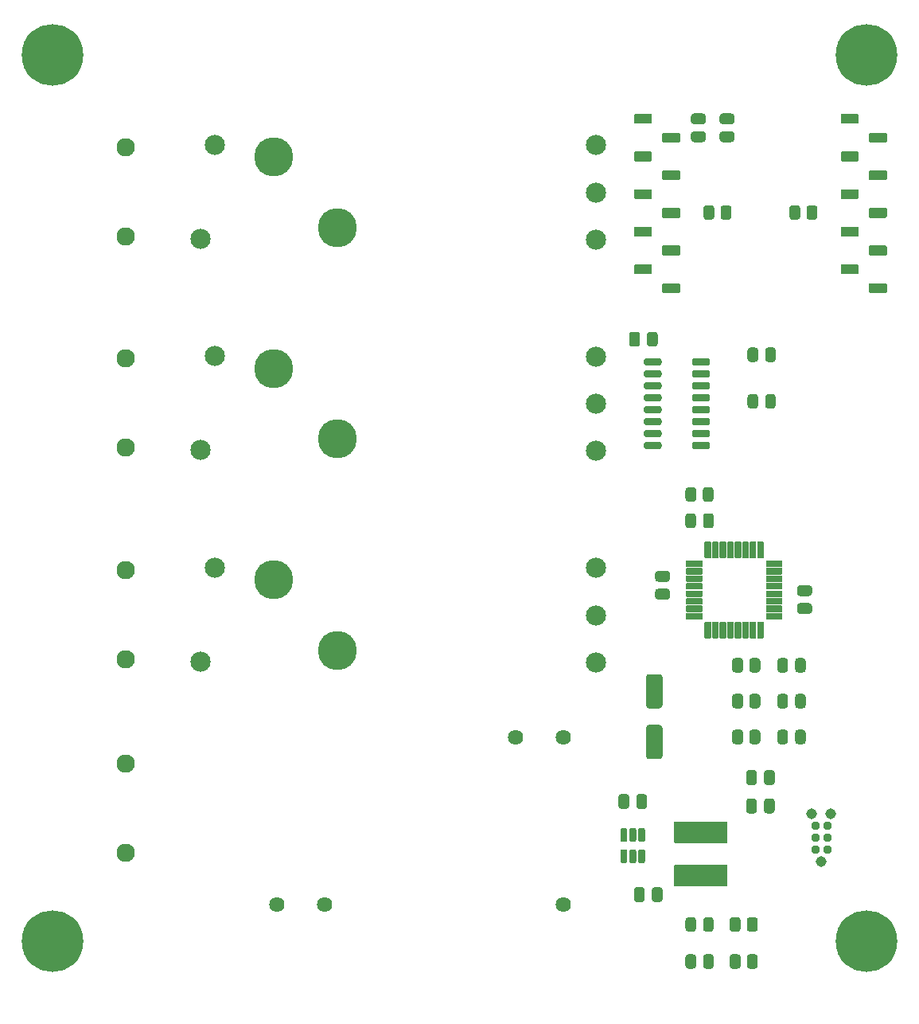
<source format=gts>
G04 #@! TF.GenerationSoftware,KiCad,Pcbnew,6.0.2+dfsg-1*
G04 #@! TF.CreationDate,2023-09-16T21:21:40-06:00*
G04 #@! TF.ProjectId,ckt-xbeeio-acsw,636b742d-7862-4656-9569-6f2d61637377,rev?*
G04 #@! TF.SameCoordinates,Original*
G04 #@! TF.FileFunction,Soldermask,Top*
G04 #@! TF.FilePolarity,Negative*
%FSLAX46Y46*%
G04 Gerber Fmt 4.6, Leading zero omitted, Abs format (unit mm)*
G04 Created by KiCad (PCBNEW 6.0.2+dfsg-1) date 2023-09-16 21:21:40*
%MOMM*%
%LPD*%
G01*
G04 APERTURE LIST*
%ADD10C,1.955800*%
%ADD11C,2.152400*%
%ADD12C,4.152400*%
%ADD13C,1.143000*%
%ADD14C,0.939800*%
%ADD15C,6.552400*%
%ADD16C,1.625600*%
G04 APERTURE END LIST*
D10*
X43815000Y-99060000D03*
X43815000Y-108580001D03*
D11*
X93844998Y-121365000D03*
X93844998Y-131365000D03*
D12*
X66344998Y-130115000D03*
X59594998Y-122615000D03*
D11*
X93844998Y-126365000D03*
G36*
G01*
X103458800Y-121173000D02*
X103458800Y-120623000D01*
G75*
G02*
X103535000Y-120546800I76200J0D01*
G01*
X105135000Y-120546800D01*
G75*
G02*
X105211200Y-120623000I0J-76200D01*
G01*
X105211200Y-121173000D01*
G75*
G02*
X105135000Y-121249200I-76200J0D01*
G01*
X103535000Y-121249200D01*
G75*
G02*
X103458800Y-121173000I0J76200D01*
G01*
G37*
G36*
G01*
X103458800Y-121973000D02*
X103458800Y-121423000D01*
G75*
G02*
X103535000Y-121346800I76200J0D01*
G01*
X105135000Y-121346800D01*
G75*
G02*
X105211200Y-121423000I0J-76200D01*
G01*
X105211200Y-121973000D01*
G75*
G02*
X105135000Y-122049200I-76200J0D01*
G01*
X103535000Y-122049200D01*
G75*
G02*
X103458800Y-121973000I0J76200D01*
G01*
G37*
G36*
G01*
X103458800Y-122773000D02*
X103458800Y-122223000D01*
G75*
G02*
X103535000Y-122146800I76200J0D01*
G01*
X105135000Y-122146800D01*
G75*
G02*
X105211200Y-122223000I0J-76200D01*
G01*
X105211200Y-122773000D01*
G75*
G02*
X105135000Y-122849200I-76200J0D01*
G01*
X103535000Y-122849200D01*
G75*
G02*
X103458800Y-122773000I0J76200D01*
G01*
G37*
G36*
G01*
X103458800Y-123573000D02*
X103458800Y-123023000D01*
G75*
G02*
X103535000Y-122946800I76200J0D01*
G01*
X105135000Y-122946800D01*
G75*
G02*
X105211200Y-123023000I0J-76200D01*
G01*
X105211200Y-123573000D01*
G75*
G02*
X105135000Y-123649200I-76200J0D01*
G01*
X103535000Y-123649200D01*
G75*
G02*
X103458800Y-123573000I0J76200D01*
G01*
G37*
G36*
G01*
X103458800Y-124373000D02*
X103458800Y-123823000D01*
G75*
G02*
X103535000Y-123746800I76200J0D01*
G01*
X105135000Y-123746800D01*
G75*
G02*
X105211200Y-123823000I0J-76200D01*
G01*
X105211200Y-124373000D01*
G75*
G02*
X105135000Y-124449200I-76200J0D01*
G01*
X103535000Y-124449200D01*
G75*
G02*
X103458800Y-124373000I0J76200D01*
G01*
G37*
G36*
G01*
X103458800Y-125173000D02*
X103458800Y-124623000D01*
G75*
G02*
X103535000Y-124546800I76200J0D01*
G01*
X105135000Y-124546800D01*
G75*
G02*
X105211200Y-124623000I0J-76200D01*
G01*
X105211200Y-125173000D01*
G75*
G02*
X105135000Y-125249200I-76200J0D01*
G01*
X103535000Y-125249200D01*
G75*
G02*
X103458800Y-125173000I0J76200D01*
G01*
G37*
G36*
G01*
X103458800Y-125973000D02*
X103458800Y-125423000D01*
G75*
G02*
X103535000Y-125346800I76200J0D01*
G01*
X105135000Y-125346800D01*
G75*
G02*
X105211200Y-125423000I0J-76200D01*
G01*
X105211200Y-125973000D01*
G75*
G02*
X105135000Y-126049200I-76200J0D01*
G01*
X103535000Y-126049200D01*
G75*
G02*
X103458800Y-125973000I0J76200D01*
G01*
G37*
G36*
G01*
X103458800Y-126773000D02*
X103458800Y-126223000D01*
G75*
G02*
X103535000Y-126146800I76200J0D01*
G01*
X105135000Y-126146800D01*
G75*
G02*
X105211200Y-126223000I0J-76200D01*
G01*
X105211200Y-126773000D01*
G75*
G02*
X105135000Y-126849200I-76200J0D01*
G01*
X103535000Y-126849200D01*
G75*
G02*
X103458800Y-126773000I0J76200D01*
G01*
G37*
G36*
G01*
X106060000Y-128824200D02*
X105510000Y-128824200D01*
G75*
G02*
X105433800Y-128748000I0J76200D01*
G01*
X105433800Y-127148000D01*
G75*
G02*
X105510000Y-127071800I76200J0D01*
G01*
X106060000Y-127071800D01*
G75*
G02*
X106136200Y-127148000I0J-76200D01*
G01*
X106136200Y-128748000D01*
G75*
G02*
X106060000Y-128824200I-76200J0D01*
G01*
G37*
G36*
G01*
X106860000Y-128824200D02*
X106310000Y-128824200D01*
G75*
G02*
X106233800Y-128748000I0J76200D01*
G01*
X106233800Y-127148000D01*
G75*
G02*
X106310000Y-127071800I76200J0D01*
G01*
X106860000Y-127071800D01*
G75*
G02*
X106936200Y-127148000I0J-76200D01*
G01*
X106936200Y-128748000D01*
G75*
G02*
X106860000Y-128824200I-76200J0D01*
G01*
G37*
G36*
G01*
X107660000Y-128824200D02*
X107110000Y-128824200D01*
G75*
G02*
X107033800Y-128748000I0J76200D01*
G01*
X107033800Y-127148000D01*
G75*
G02*
X107110000Y-127071800I76200J0D01*
G01*
X107660000Y-127071800D01*
G75*
G02*
X107736200Y-127148000I0J-76200D01*
G01*
X107736200Y-128748000D01*
G75*
G02*
X107660000Y-128824200I-76200J0D01*
G01*
G37*
G36*
G01*
X108460000Y-128824200D02*
X107910000Y-128824200D01*
G75*
G02*
X107833800Y-128748000I0J76200D01*
G01*
X107833800Y-127148000D01*
G75*
G02*
X107910000Y-127071800I76200J0D01*
G01*
X108460000Y-127071800D01*
G75*
G02*
X108536200Y-127148000I0J-76200D01*
G01*
X108536200Y-128748000D01*
G75*
G02*
X108460000Y-128824200I-76200J0D01*
G01*
G37*
G36*
G01*
X109260000Y-128824200D02*
X108710000Y-128824200D01*
G75*
G02*
X108633800Y-128748000I0J76200D01*
G01*
X108633800Y-127148000D01*
G75*
G02*
X108710000Y-127071800I76200J0D01*
G01*
X109260000Y-127071800D01*
G75*
G02*
X109336200Y-127148000I0J-76200D01*
G01*
X109336200Y-128748000D01*
G75*
G02*
X109260000Y-128824200I-76200J0D01*
G01*
G37*
G36*
G01*
X110060000Y-128824200D02*
X109510000Y-128824200D01*
G75*
G02*
X109433800Y-128748000I0J76200D01*
G01*
X109433800Y-127148000D01*
G75*
G02*
X109510000Y-127071800I76200J0D01*
G01*
X110060000Y-127071800D01*
G75*
G02*
X110136200Y-127148000I0J-76200D01*
G01*
X110136200Y-128748000D01*
G75*
G02*
X110060000Y-128824200I-76200J0D01*
G01*
G37*
G36*
G01*
X110860000Y-128824200D02*
X110310000Y-128824200D01*
G75*
G02*
X110233800Y-128748000I0J76200D01*
G01*
X110233800Y-127148000D01*
G75*
G02*
X110310000Y-127071800I76200J0D01*
G01*
X110860000Y-127071800D01*
G75*
G02*
X110936200Y-127148000I0J-76200D01*
G01*
X110936200Y-128748000D01*
G75*
G02*
X110860000Y-128824200I-76200J0D01*
G01*
G37*
G36*
G01*
X111660000Y-128824200D02*
X111110000Y-128824200D01*
G75*
G02*
X111033800Y-128748000I0J76200D01*
G01*
X111033800Y-127148000D01*
G75*
G02*
X111110000Y-127071800I76200J0D01*
G01*
X111660000Y-127071800D01*
G75*
G02*
X111736200Y-127148000I0J-76200D01*
G01*
X111736200Y-128748000D01*
G75*
G02*
X111660000Y-128824200I-76200J0D01*
G01*
G37*
G36*
G01*
X111958800Y-126773000D02*
X111958800Y-126223000D01*
G75*
G02*
X112035000Y-126146800I76200J0D01*
G01*
X113635000Y-126146800D01*
G75*
G02*
X113711200Y-126223000I0J-76200D01*
G01*
X113711200Y-126773000D01*
G75*
G02*
X113635000Y-126849200I-76200J0D01*
G01*
X112035000Y-126849200D01*
G75*
G02*
X111958800Y-126773000I0J76200D01*
G01*
G37*
G36*
G01*
X111958800Y-125973000D02*
X111958800Y-125423000D01*
G75*
G02*
X112035000Y-125346800I76200J0D01*
G01*
X113635000Y-125346800D01*
G75*
G02*
X113711200Y-125423000I0J-76200D01*
G01*
X113711200Y-125973000D01*
G75*
G02*
X113635000Y-126049200I-76200J0D01*
G01*
X112035000Y-126049200D01*
G75*
G02*
X111958800Y-125973000I0J76200D01*
G01*
G37*
G36*
G01*
X111958800Y-125173000D02*
X111958800Y-124623000D01*
G75*
G02*
X112035000Y-124546800I76200J0D01*
G01*
X113635000Y-124546800D01*
G75*
G02*
X113711200Y-124623000I0J-76200D01*
G01*
X113711200Y-125173000D01*
G75*
G02*
X113635000Y-125249200I-76200J0D01*
G01*
X112035000Y-125249200D01*
G75*
G02*
X111958800Y-125173000I0J76200D01*
G01*
G37*
G36*
G01*
X111958800Y-124373000D02*
X111958800Y-123823000D01*
G75*
G02*
X112035000Y-123746800I76200J0D01*
G01*
X113635000Y-123746800D01*
G75*
G02*
X113711200Y-123823000I0J-76200D01*
G01*
X113711200Y-124373000D01*
G75*
G02*
X113635000Y-124449200I-76200J0D01*
G01*
X112035000Y-124449200D01*
G75*
G02*
X111958800Y-124373000I0J76200D01*
G01*
G37*
G36*
G01*
X111958800Y-123573000D02*
X111958800Y-123023000D01*
G75*
G02*
X112035000Y-122946800I76200J0D01*
G01*
X113635000Y-122946800D01*
G75*
G02*
X113711200Y-123023000I0J-76200D01*
G01*
X113711200Y-123573000D01*
G75*
G02*
X113635000Y-123649200I-76200J0D01*
G01*
X112035000Y-123649200D01*
G75*
G02*
X111958800Y-123573000I0J76200D01*
G01*
G37*
G36*
G01*
X111958800Y-122773000D02*
X111958800Y-122223000D01*
G75*
G02*
X112035000Y-122146800I76200J0D01*
G01*
X113635000Y-122146800D01*
G75*
G02*
X113711200Y-122223000I0J-76200D01*
G01*
X113711200Y-122773000D01*
G75*
G02*
X113635000Y-122849200I-76200J0D01*
G01*
X112035000Y-122849200D01*
G75*
G02*
X111958800Y-122773000I0J76200D01*
G01*
G37*
G36*
G01*
X111958800Y-121973000D02*
X111958800Y-121423000D01*
G75*
G02*
X112035000Y-121346800I76200J0D01*
G01*
X113635000Y-121346800D01*
G75*
G02*
X113711200Y-121423000I0J-76200D01*
G01*
X113711200Y-121973000D01*
G75*
G02*
X113635000Y-122049200I-76200J0D01*
G01*
X112035000Y-122049200D01*
G75*
G02*
X111958800Y-121973000I0J76200D01*
G01*
G37*
G36*
G01*
X111958800Y-121173000D02*
X111958800Y-120623000D01*
G75*
G02*
X112035000Y-120546800I76200J0D01*
G01*
X113635000Y-120546800D01*
G75*
G02*
X113711200Y-120623000I0J-76200D01*
G01*
X113711200Y-121173000D01*
G75*
G02*
X113635000Y-121249200I-76200J0D01*
G01*
X112035000Y-121249200D01*
G75*
G02*
X111958800Y-121173000I0J76200D01*
G01*
G37*
G36*
G01*
X111660000Y-120324200D02*
X111110000Y-120324200D01*
G75*
G02*
X111033800Y-120248000I0J76200D01*
G01*
X111033800Y-118648000D01*
G75*
G02*
X111110000Y-118571800I76200J0D01*
G01*
X111660000Y-118571800D01*
G75*
G02*
X111736200Y-118648000I0J-76200D01*
G01*
X111736200Y-120248000D01*
G75*
G02*
X111660000Y-120324200I-76200J0D01*
G01*
G37*
G36*
G01*
X110860000Y-120324200D02*
X110310000Y-120324200D01*
G75*
G02*
X110233800Y-120248000I0J76200D01*
G01*
X110233800Y-118648000D01*
G75*
G02*
X110310000Y-118571800I76200J0D01*
G01*
X110860000Y-118571800D01*
G75*
G02*
X110936200Y-118648000I0J-76200D01*
G01*
X110936200Y-120248000D01*
G75*
G02*
X110860000Y-120324200I-76200J0D01*
G01*
G37*
G36*
G01*
X110060000Y-120324200D02*
X109510000Y-120324200D01*
G75*
G02*
X109433800Y-120248000I0J76200D01*
G01*
X109433800Y-118648000D01*
G75*
G02*
X109510000Y-118571800I76200J0D01*
G01*
X110060000Y-118571800D01*
G75*
G02*
X110136200Y-118648000I0J-76200D01*
G01*
X110136200Y-120248000D01*
G75*
G02*
X110060000Y-120324200I-76200J0D01*
G01*
G37*
G36*
G01*
X109260000Y-120324200D02*
X108710000Y-120324200D01*
G75*
G02*
X108633800Y-120248000I0J76200D01*
G01*
X108633800Y-118648000D01*
G75*
G02*
X108710000Y-118571800I76200J0D01*
G01*
X109260000Y-118571800D01*
G75*
G02*
X109336200Y-118648000I0J-76200D01*
G01*
X109336200Y-120248000D01*
G75*
G02*
X109260000Y-120324200I-76200J0D01*
G01*
G37*
G36*
G01*
X108460000Y-120324200D02*
X107910000Y-120324200D01*
G75*
G02*
X107833800Y-120248000I0J76200D01*
G01*
X107833800Y-118648000D01*
G75*
G02*
X107910000Y-118571800I76200J0D01*
G01*
X108460000Y-118571800D01*
G75*
G02*
X108536200Y-118648000I0J-76200D01*
G01*
X108536200Y-120248000D01*
G75*
G02*
X108460000Y-120324200I-76200J0D01*
G01*
G37*
G36*
G01*
X107660000Y-120324200D02*
X107110000Y-120324200D01*
G75*
G02*
X107033800Y-120248000I0J76200D01*
G01*
X107033800Y-118648000D01*
G75*
G02*
X107110000Y-118571800I76200J0D01*
G01*
X107660000Y-118571800D01*
G75*
G02*
X107736200Y-118648000I0J-76200D01*
G01*
X107736200Y-120248000D01*
G75*
G02*
X107660000Y-120324200I-76200J0D01*
G01*
G37*
G36*
G01*
X106860000Y-120324200D02*
X106310000Y-120324200D01*
G75*
G02*
X106233800Y-120248000I0J76200D01*
G01*
X106233800Y-118648000D01*
G75*
G02*
X106310000Y-118571800I76200J0D01*
G01*
X106860000Y-118571800D01*
G75*
G02*
X106936200Y-118648000I0J-76200D01*
G01*
X106936200Y-120248000D01*
G75*
G02*
X106860000Y-120324200I-76200J0D01*
G01*
G37*
G36*
G01*
X106060000Y-120324200D02*
X105510000Y-120324200D01*
G75*
G02*
X105433800Y-120248000I0J76200D01*
G01*
X105433800Y-118648000D01*
G75*
G02*
X105510000Y-118571800I76200J0D01*
G01*
X106060000Y-118571800D01*
G75*
G02*
X106136200Y-118648000I0J-76200D01*
G01*
X106136200Y-120248000D01*
G75*
G02*
X106060000Y-120324200I-76200J0D01*
G01*
G37*
G36*
G01*
X103400800Y-159714250D02*
X103400800Y-158801750D01*
G75*
G02*
X103720750Y-158481800I319950J0D01*
G01*
X104208250Y-158481800D01*
G75*
G02*
X104528200Y-158801750I0J-319950D01*
G01*
X104528200Y-159714250D01*
G75*
G02*
X104208250Y-160034200I-319950J0D01*
G01*
X103720750Y-160034200D01*
G75*
G02*
X103400800Y-159714250I0J319950D01*
G01*
G37*
G36*
G01*
X105275800Y-159714250D02*
X105275800Y-158801750D01*
G75*
G02*
X105595750Y-158481800I319950J0D01*
G01*
X106083250Y-158481800D01*
G75*
G02*
X106403200Y-158801750I0J-319950D01*
G01*
X106403200Y-159714250D01*
G75*
G02*
X106083250Y-160034200I-319950J0D01*
G01*
X105595750Y-160034200D01*
G75*
G02*
X105275800Y-159714250I0J319950D01*
G01*
G37*
G36*
G01*
X99729290Y-74124820D02*
X98030030Y-74124820D01*
G75*
G02*
X97928430Y-74023220I0J101600D01*
G01*
X97928430Y-73174860D01*
G75*
G02*
X98030030Y-73073260I101600J0D01*
G01*
X99729290Y-73073260D01*
G75*
G02*
X99830890Y-73174860I0J-101600D01*
G01*
X99830890Y-74023220D01*
G75*
G02*
X99729290Y-74124820I-101600J0D01*
G01*
G37*
G36*
G01*
X102729030Y-76126340D02*
X101029770Y-76126340D01*
G75*
G02*
X100928170Y-76024740I0J101600D01*
G01*
X100928170Y-75176380D01*
G75*
G02*
X101029770Y-75074780I101600J0D01*
G01*
X102729030Y-75074780D01*
G75*
G02*
X102830630Y-75176380I0J-101600D01*
G01*
X102830630Y-76024740D01*
G75*
G02*
X102729030Y-76126340I-101600J0D01*
G01*
G37*
G36*
G01*
X99729290Y-78125320D02*
X98030030Y-78125320D01*
G75*
G02*
X97928430Y-78023720I0J101600D01*
G01*
X97928430Y-77175360D01*
G75*
G02*
X98030030Y-77073760I101600J0D01*
G01*
X99729290Y-77073760D01*
G75*
G02*
X99830890Y-77175360I0J-101600D01*
G01*
X99830890Y-78023720D01*
G75*
G02*
X99729290Y-78125320I-101600J0D01*
G01*
G37*
G36*
G01*
X102729030Y-80126840D02*
X101029770Y-80126840D01*
G75*
G02*
X100928170Y-80025240I0J101600D01*
G01*
X100928170Y-79176880D01*
G75*
G02*
X101029770Y-79075280I101600J0D01*
G01*
X102729030Y-79075280D01*
G75*
G02*
X102830630Y-79176880I0J-101600D01*
G01*
X102830630Y-80025240D01*
G75*
G02*
X102729030Y-80126840I-101600J0D01*
G01*
G37*
G36*
G01*
X99729290Y-82125820D02*
X98030030Y-82125820D01*
G75*
G02*
X97928430Y-82024220I0J101600D01*
G01*
X97928430Y-81175860D01*
G75*
G02*
X98030030Y-81074260I101600J0D01*
G01*
X99729290Y-81074260D01*
G75*
G02*
X99830890Y-81175860I0J-101600D01*
G01*
X99830890Y-82024220D01*
G75*
G02*
X99729290Y-82125820I-101600J0D01*
G01*
G37*
G36*
G01*
X102729030Y-84124800D02*
X101029770Y-84124800D01*
G75*
G02*
X100928170Y-84023200I0J101600D01*
G01*
X100928170Y-83174840D01*
G75*
G02*
X101029770Y-83073240I101600J0D01*
G01*
X102729030Y-83073240D01*
G75*
G02*
X102830630Y-83174840I0J-101600D01*
G01*
X102830630Y-84023200D01*
G75*
G02*
X102729030Y-84124800I-101600J0D01*
G01*
G37*
G36*
G01*
X99729290Y-86126320D02*
X98030030Y-86126320D01*
G75*
G02*
X97928430Y-86024720I0J101600D01*
G01*
X97928430Y-85176360D01*
G75*
G02*
X98030030Y-85074760I101600J0D01*
G01*
X99729290Y-85074760D01*
G75*
G02*
X99830890Y-85176360I0J-101600D01*
G01*
X99830890Y-86024720D01*
G75*
G02*
X99729290Y-86126320I-101600J0D01*
G01*
G37*
G36*
G01*
X102729030Y-88125300D02*
X101029770Y-88125300D01*
G75*
G02*
X100928170Y-88023700I0J101600D01*
G01*
X100928170Y-87175340D01*
G75*
G02*
X101029770Y-87073740I101600J0D01*
G01*
X102729030Y-87073740D01*
G75*
G02*
X102830630Y-87175340I0J-101600D01*
G01*
X102830630Y-88023700D01*
G75*
G02*
X102729030Y-88125300I-101600J0D01*
G01*
G37*
G36*
G01*
X99729290Y-90126820D02*
X98030030Y-90126820D01*
G75*
G02*
X97928430Y-90025220I0J101600D01*
G01*
X97928430Y-89176860D01*
G75*
G02*
X98030030Y-89075260I101600J0D01*
G01*
X99729290Y-89075260D01*
G75*
G02*
X99830890Y-89176860I0J-101600D01*
G01*
X99830890Y-90025220D01*
G75*
G02*
X99729290Y-90126820I-101600J0D01*
G01*
G37*
G36*
G01*
X102729030Y-92125800D02*
X101029770Y-92125800D01*
G75*
G02*
X100928170Y-92024200I0J101600D01*
G01*
X100928170Y-91175840D01*
G75*
G02*
X101029770Y-91074240I101600J0D01*
G01*
X102729030Y-91074240D01*
G75*
G02*
X102830630Y-91175840I0J-101600D01*
G01*
X102830630Y-92024200D01*
G75*
G02*
X102729030Y-92125800I-101600J0D01*
G01*
G37*
G36*
G01*
X124727970Y-92125800D02*
X123028710Y-92125800D01*
G75*
G02*
X122927110Y-92024200I0J101600D01*
G01*
X122927110Y-91175840D01*
G75*
G02*
X123028710Y-91074240I101600J0D01*
G01*
X124727970Y-91074240D01*
G75*
G02*
X124829570Y-91175840I0J-101600D01*
G01*
X124829570Y-92024200D01*
G75*
G02*
X124727970Y-92125800I-101600J0D01*
G01*
G37*
G36*
G01*
X121728230Y-90126820D02*
X120028970Y-90126820D01*
G75*
G02*
X119927370Y-90025220I0J101600D01*
G01*
X119927370Y-89176860D01*
G75*
G02*
X120028970Y-89075260I101600J0D01*
G01*
X121728230Y-89075260D01*
G75*
G02*
X121829830Y-89176860I0J-101600D01*
G01*
X121829830Y-90025220D01*
G75*
G02*
X121728230Y-90126820I-101600J0D01*
G01*
G37*
G36*
G01*
X124727970Y-88125300D02*
X123028710Y-88125300D01*
G75*
G02*
X122927110Y-88023700I0J101600D01*
G01*
X122927110Y-87175340D01*
G75*
G02*
X123028710Y-87073740I101600J0D01*
G01*
X124727970Y-87073740D01*
G75*
G02*
X124829570Y-87175340I0J-101600D01*
G01*
X124829570Y-88023700D01*
G75*
G02*
X124727970Y-88125300I-101600J0D01*
G01*
G37*
G36*
G01*
X121728230Y-86126320D02*
X120028970Y-86126320D01*
G75*
G02*
X119927370Y-86024720I0J101600D01*
G01*
X119927370Y-85176360D01*
G75*
G02*
X120028970Y-85074760I101600J0D01*
G01*
X121728230Y-85074760D01*
G75*
G02*
X121829830Y-85176360I0J-101600D01*
G01*
X121829830Y-86024720D01*
G75*
G02*
X121728230Y-86126320I-101600J0D01*
G01*
G37*
G36*
G01*
X124727970Y-84124800D02*
X123028710Y-84124800D01*
G75*
G02*
X122927110Y-84023200I0J101600D01*
G01*
X122927110Y-83174840D01*
G75*
G02*
X123028710Y-83073240I101600J0D01*
G01*
X124727970Y-83073240D01*
G75*
G02*
X124829570Y-83174840I0J-101600D01*
G01*
X124829570Y-84023200D01*
G75*
G02*
X124727970Y-84124800I-101600J0D01*
G01*
G37*
G36*
G01*
X121728230Y-82125820D02*
X120028970Y-82125820D01*
G75*
G02*
X119927370Y-82024220I0J101600D01*
G01*
X119927370Y-81175860D01*
G75*
G02*
X120028970Y-81074260I101600J0D01*
G01*
X121728230Y-81074260D01*
G75*
G02*
X121829830Y-81175860I0J-101600D01*
G01*
X121829830Y-82024220D01*
G75*
G02*
X121728230Y-82125820I-101600J0D01*
G01*
G37*
G36*
G01*
X124727970Y-80126840D02*
X123028710Y-80126840D01*
G75*
G02*
X122927110Y-80025240I0J101600D01*
G01*
X122927110Y-79176880D01*
G75*
G02*
X123028710Y-79075280I101600J0D01*
G01*
X124727970Y-79075280D01*
G75*
G02*
X124829570Y-79176880I0J-101600D01*
G01*
X124829570Y-80025240D01*
G75*
G02*
X124727970Y-80126840I-101600J0D01*
G01*
G37*
G36*
G01*
X121728230Y-78125320D02*
X120028970Y-78125320D01*
G75*
G02*
X119927370Y-78023720I0J101600D01*
G01*
X119927370Y-77175360D01*
G75*
G02*
X120028970Y-77073760I101600J0D01*
G01*
X121728230Y-77073760D01*
G75*
G02*
X121829830Y-77175360I0J-101600D01*
G01*
X121829830Y-78023720D01*
G75*
G02*
X121728230Y-78125320I-101600J0D01*
G01*
G37*
G36*
G01*
X124727970Y-76126340D02*
X123028710Y-76126340D01*
G75*
G02*
X122927110Y-76024740I0J101600D01*
G01*
X122927110Y-75176380D01*
G75*
G02*
X123028710Y-75074780I101600J0D01*
G01*
X124727970Y-75074780D01*
G75*
G02*
X124829570Y-75176380I0J-101600D01*
G01*
X124829570Y-76024740D01*
G75*
G02*
X124727970Y-76126340I-101600J0D01*
G01*
G37*
G36*
G01*
X121728230Y-74124820D02*
X120028970Y-74124820D01*
G75*
G02*
X119927370Y-74023220I0J101600D01*
G01*
X119927370Y-73174860D01*
G75*
G02*
X120028970Y-73073260I101600J0D01*
G01*
X121728230Y-73073260D01*
G75*
G02*
X121829830Y-73174860I0J-101600D01*
G01*
X121829830Y-74023220D01*
G75*
G02*
X121728230Y-74124820I-101600J0D01*
G01*
G37*
G36*
G01*
X101440000Y-124716200D02*
X100490000Y-124716200D01*
G75*
G02*
X100163800Y-124390000I0J326200D01*
G01*
X100163800Y-123890000D01*
G75*
G02*
X100490000Y-123563800I326200J0D01*
G01*
X101440000Y-123563800D01*
G75*
G02*
X101766200Y-123890000I0J-326200D01*
G01*
X101766200Y-124390000D01*
G75*
G02*
X101440000Y-124716200I-326200J0D01*
G01*
G37*
G36*
G01*
X101440000Y-122816200D02*
X100490000Y-122816200D01*
G75*
G02*
X100163800Y-122490000I0J326200D01*
G01*
X100163800Y-121990000D01*
G75*
G02*
X100490000Y-121663800I326200J0D01*
G01*
X101440000Y-121663800D01*
G75*
G02*
X101766200Y-121990000I0J-326200D01*
G01*
X101766200Y-122490000D01*
G75*
G02*
X101440000Y-122816200I-326200J0D01*
G01*
G37*
X93844998Y-98886000D03*
X93844998Y-108886000D03*
D12*
X66344998Y-107636000D03*
X59594998Y-100136000D03*
D11*
X93844998Y-103886000D03*
G36*
G01*
X116194700Y-135052750D02*
X116194700Y-135965250D01*
G75*
G02*
X115874750Y-136285200I-319950J0D01*
G01*
X115387250Y-136285200D01*
G75*
G02*
X115067300Y-135965250I0J319950D01*
G01*
X115067300Y-135052750D01*
G75*
G02*
X115387250Y-134732800I319950J0D01*
G01*
X115874750Y-134732800D01*
G75*
G02*
X116194700Y-135052750I0J-319950D01*
G01*
G37*
G36*
G01*
X114319700Y-135052750D02*
X114319700Y-135965250D01*
G75*
G02*
X113999750Y-136285200I-319950J0D01*
G01*
X113512250Y-136285200D01*
G75*
G02*
X113192300Y-135965250I0J319950D01*
G01*
X113192300Y-135052750D01*
G75*
G02*
X113512250Y-134732800I319950J0D01*
G01*
X113999750Y-134732800D01*
G75*
G02*
X114319700Y-135052750I0J-319950D01*
G01*
G37*
G36*
G01*
X116194700Y-138862750D02*
X116194700Y-139775250D01*
G75*
G02*
X115874750Y-140095200I-319950J0D01*
G01*
X115387250Y-140095200D01*
G75*
G02*
X115067300Y-139775250I0J319950D01*
G01*
X115067300Y-138862750D01*
G75*
G02*
X115387250Y-138542800I319950J0D01*
G01*
X115874750Y-138542800D01*
G75*
G02*
X116194700Y-138862750I0J-319950D01*
G01*
G37*
G36*
G01*
X114319700Y-138862750D02*
X114319700Y-139775250D01*
G75*
G02*
X113999750Y-140095200I-319950J0D01*
G01*
X113512250Y-140095200D01*
G75*
G02*
X113192300Y-139775250I0J319950D01*
G01*
X113192300Y-138862750D01*
G75*
G02*
X113512250Y-138542800I319950J0D01*
G01*
X113999750Y-138542800D01*
G75*
G02*
X114319700Y-138862750I0J-319950D01*
G01*
G37*
G36*
G01*
X99526000Y-132633800D02*
X100626000Y-132633800D01*
G75*
G02*
X100952200Y-132960000I0J-326200D01*
G01*
X100952200Y-135960000D01*
G75*
G02*
X100626000Y-136286200I-326200J0D01*
G01*
X99526000Y-136286200D01*
G75*
G02*
X99199800Y-135960000I0J326200D01*
G01*
X99199800Y-132960000D01*
G75*
G02*
X99526000Y-132633800I326200J0D01*
G01*
G37*
G36*
G01*
X99526000Y-138033800D02*
X100626000Y-138033800D01*
G75*
G02*
X100952200Y-138360000I0J-326200D01*
G01*
X100952200Y-141360000D01*
G75*
G02*
X100626000Y-141686200I-326200J0D01*
G01*
X99526000Y-141686200D01*
G75*
G02*
X99199800Y-141360000I0J326200D01*
G01*
X99199800Y-138360000D01*
G75*
G02*
X99526000Y-138033800I326200J0D01*
G01*
G37*
G36*
G01*
X109852800Y-144112000D02*
X109852800Y-143162000D01*
G75*
G02*
X110179000Y-142835800I326200J0D01*
G01*
X110679000Y-142835800D01*
G75*
G02*
X111005200Y-143162000I0J-326200D01*
G01*
X111005200Y-144112000D01*
G75*
G02*
X110679000Y-144438200I-326200J0D01*
G01*
X110179000Y-144438200D01*
G75*
G02*
X109852800Y-144112000I0J326200D01*
G01*
G37*
G36*
G01*
X111752800Y-144112000D02*
X111752800Y-143162000D01*
G75*
G02*
X112079000Y-142835800I326200J0D01*
G01*
X112579000Y-142835800D01*
G75*
G02*
X112905200Y-143162000I0J-326200D01*
G01*
X112905200Y-144112000D01*
G75*
G02*
X112579000Y-144438200I-326200J0D01*
G01*
X112079000Y-144438200D01*
G75*
G02*
X111752800Y-144112000I0J326200D01*
G01*
G37*
G36*
G01*
X116194700Y-131242750D02*
X116194700Y-132155250D01*
G75*
G02*
X115874750Y-132475200I-319950J0D01*
G01*
X115387250Y-132475200D01*
G75*
G02*
X115067300Y-132155250I0J319950D01*
G01*
X115067300Y-131242750D01*
G75*
G02*
X115387250Y-130922800I319950J0D01*
G01*
X115874750Y-130922800D01*
G75*
G02*
X116194700Y-131242750I0J-319950D01*
G01*
G37*
G36*
G01*
X114319700Y-131242750D02*
X114319700Y-132155250D01*
G75*
G02*
X113999750Y-132475200I-319950J0D01*
G01*
X113512250Y-132475200D01*
G75*
G02*
X113192300Y-132155250I0J319950D01*
G01*
X113192300Y-131242750D01*
G75*
G02*
X113512250Y-130922800I319950J0D01*
G01*
X113999750Y-130922800D01*
G75*
G02*
X114319700Y-131242750I0J-319950D01*
G01*
G37*
G36*
G01*
X97406800Y-97503000D02*
X97406800Y-96553000D01*
G75*
G02*
X97733000Y-96226800I326200J0D01*
G01*
X98233000Y-96226800D01*
G75*
G02*
X98559200Y-96553000I0J-326200D01*
G01*
X98559200Y-97503000D01*
G75*
G02*
X98233000Y-97829200I-326200J0D01*
G01*
X97733000Y-97829200D01*
G75*
G02*
X97406800Y-97503000I0J326200D01*
G01*
G37*
G36*
G01*
X99306800Y-97503000D02*
X99306800Y-96553000D01*
G75*
G02*
X99633000Y-96226800I326200J0D01*
G01*
X100133000Y-96226800D01*
G75*
G02*
X100459200Y-96553000I0J-326200D01*
G01*
X100459200Y-97503000D01*
G75*
G02*
X100133000Y-97829200I-326200J0D01*
G01*
X99633000Y-97829200D01*
G75*
G02*
X99306800Y-97503000I0J326200D01*
G01*
G37*
G36*
G01*
X104300000Y-73022800D02*
X105250000Y-73022800D01*
G75*
G02*
X105576200Y-73349000I0J-326200D01*
G01*
X105576200Y-73849000D01*
G75*
G02*
X105250000Y-74175200I-326200J0D01*
G01*
X104300000Y-74175200D01*
G75*
G02*
X103973800Y-73849000I0J326200D01*
G01*
X103973800Y-73349000D01*
G75*
G02*
X104300000Y-73022800I326200J0D01*
G01*
G37*
G36*
G01*
X104300000Y-74922800D02*
X105250000Y-74922800D01*
G75*
G02*
X105576200Y-75249000I0J-326200D01*
G01*
X105576200Y-75749000D01*
G75*
G02*
X105250000Y-76075200I-326200J0D01*
G01*
X104300000Y-76075200D01*
G75*
G02*
X103973800Y-75749000I0J326200D01*
G01*
X103973800Y-75249000D01*
G75*
G02*
X104300000Y-74922800I326200J0D01*
G01*
G37*
D13*
X116840000Y-147447000D03*
X117856000Y-152527000D03*
X118872000Y-147447000D03*
D14*
X118491000Y-151257000D03*
X117221000Y-151257000D03*
X118491000Y-149987000D03*
X117221000Y-149987000D03*
X118491000Y-148717000D03*
X117221000Y-148717000D03*
G36*
G01*
X110004800Y-104088250D02*
X110004800Y-103175750D01*
G75*
G02*
X110324750Y-102855800I319950J0D01*
G01*
X110812250Y-102855800D01*
G75*
G02*
X111132200Y-103175750I0J-319950D01*
G01*
X111132200Y-104088250D01*
G75*
G02*
X110812250Y-104408200I-319950J0D01*
G01*
X110324750Y-104408200D01*
G75*
G02*
X110004800Y-104088250I0J319950D01*
G01*
G37*
G36*
G01*
X111879800Y-104088250D02*
X111879800Y-103175750D01*
G75*
G02*
X112199750Y-102855800I319950J0D01*
G01*
X112687250Y-102855800D01*
G75*
G02*
X113007200Y-103175750I0J-319950D01*
G01*
X113007200Y-104088250D01*
G75*
G02*
X112687250Y-104408200I-319950J0D01*
G01*
X112199750Y-104408200D01*
G75*
G02*
X111879800Y-104088250I0J319950D01*
G01*
G37*
D10*
X43815000Y-142113000D03*
X43815000Y-151633001D03*
D15*
X36068000Y-66802000D03*
G36*
G01*
X106403200Y-113088000D02*
X106403200Y-113988000D01*
G75*
G02*
X106077000Y-114314200I-326200J0D01*
G01*
X105552000Y-114314200D01*
G75*
G02*
X105225800Y-113988000I0J326200D01*
G01*
X105225800Y-113088000D01*
G75*
G02*
X105552000Y-112761800I326200J0D01*
G01*
X106077000Y-112761800D01*
G75*
G02*
X106403200Y-113088000I0J-326200D01*
G01*
G37*
G36*
G01*
X104578200Y-113088000D02*
X104578200Y-113988000D01*
G75*
G02*
X104252000Y-114314200I-326200J0D01*
G01*
X103727000Y-114314200D01*
G75*
G02*
X103400800Y-113988000I0J326200D01*
G01*
X103400800Y-113088000D01*
G75*
G02*
X103727000Y-112761800I326200J0D01*
G01*
X104252000Y-112761800D01*
G75*
G02*
X104578200Y-113088000I0J-326200D01*
G01*
G37*
G36*
G01*
X110004800Y-99135250D02*
X110004800Y-98222750D01*
G75*
G02*
X110324750Y-97902800I319950J0D01*
G01*
X110812250Y-97902800D01*
G75*
G02*
X111132200Y-98222750I0J-319950D01*
G01*
X111132200Y-99135250D01*
G75*
G02*
X110812250Y-99455200I-319950J0D01*
G01*
X110324750Y-99455200D01*
G75*
G02*
X110004800Y-99135250I0J319950D01*
G01*
G37*
G36*
G01*
X111879800Y-99135250D02*
X111879800Y-98222750D01*
G75*
G02*
X112199750Y-97902800I319950J0D01*
G01*
X112687250Y-97902800D01*
G75*
G02*
X113007200Y-98222750I0J-319950D01*
G01*
X113007200Y-99135250D01*
G75*
G02*
X112687250Y-99455200I-319950J0D01*
G01*
X112199750Y-99455200D01*
G75*
G02*
X111879800Y-99135250I0J319950D01*
G01*
G37*
D16*
X59944000Y-157099000D03*
X65024000Y-157099000D03*
X90424000Y-157099000D03*
X90424000Y-139319000D03*
X85344000Y-139319000D03*
G36*
G01*
X108099800Y-163645000D02*
X108099800Y-162745000D01*
G75*
G02*
X108426000Y-162418800I326200J0D01*
G01*
X108951000Y-162418800D01*
G75*
G02*
X109277200Y-162745000I0J-326200D01*
G01*
X109277200Y-163645000D01*
G75*
G02*
X108951000Y-163971200I-326200J0D01*
G01*
X108426000Y-163971200D01*
G75*
G02*
X108099800Y-163645000I0J326200D01*
G01*
G37*
G36*
G01*
X109924800Y-163645000D02*
X109924800Y-162745000D01*
G75*
G02*
X110251000Y-162418800I326200J0D01*
G01*
X110776000Y-162418800D01*
G75*
G02*
X111102200Y-162745000I0J-326200D01*
G01*
X111102200Y-163645000D01*
G75*
G02*
X110776000Y-163971200I-326200J0D01*
G01*
X110251000Y-163971200D01*
G75*
G02*
X109924800Y-163645000I0J326200D01*
G01*
G37*
G36*
G01*
X109852800Y-147127000D02*
X109852800Y-146177000D01*
G75*
G02*
X110179000Y-145850800I326200J0D01*
G01*
X110679000Y-145850800D01*
G75*
G02*
X111005200Y-146177000I0J-326200D01*
G01*
X111005200Y-147127000D01*
G75*
G02*
X110679000Y-147453200I-326200J0D01*
G01*
X110179000Y-147453200D01*
G75*
G02*
X109852800Y-147127000I0J326200D01*
G01*
G37*
G36*
G01*
X111752800Y-147127000D02*
X111752800Y-146177000D01*
G75*
G02*
X112079000Y-145850800I326200J0D01*
G01*
X112579000Y-145850800D01*
G75*
G02*
X112905200Y-146177000I0J-326200D01*
G01*
X112905200Y-147127000D01*
G75*
G02*
X112579000Y-147453200I-326200J0D01*
G01*
X112079000Y-147453200D01*
G75*
G02*
X111752800Y-147127000I0J326200D01*
G01*
G37*
D11*
X53340000Y-76327000D03*
X51840000Y-86327000D03*
G36*
G01*
X108308200Y-83106380D02*
X108308200Y-84006380D01*
G75*
G02*
X107982000Y-84332580I-326200J0D01*
G01*
X107457000Y-84332580D01*
G75*
G02*
X107130800Y-84006380I0J326200D01*
G01*
X107130800Y-83106380D01*
G75*
G02*
X107457000Y-82780180I326200J0D01*
G01*
X107982000Y-82780180D01*
G75*
G02*
X108308200Y-83106380I0J-326200D01*
G01*
G37*
G36*
G01*
X106483200Y-83106380D02*
X106483200Y-84006380D01*
G75*
G02*
X106157000Y-84332580I-326200J0D01*
G01*
X105632000Y-84332580D01*
G75*
G02*
X105305800Y-84006380I0J326200D01*
G01*
X105305800Y-83106380D01*
G75*
G02*
X105632000Y-82780180I326200J0D01*
G01*
X106157000Y-82780180D01*
G75*
G02*
X106483200Y-83106380I0J-326200D01*
G01*
G37*
G36*
G01*
X106015200Y-108181000D02*
X106015200Y-108481000D01*
G75*
G02*
X105789000Y-108707200I-226200J0D01*
G01*
X104339000Y-108707200D01*
G75*
G02*
X104112800Y-108481000I0J226200D01*
G01*
X104112800Y-108181000D01*
G75*
G02*
X104339000Y-107954800I226200J0D01*
G01*
X105789000Y-107954800D01*
G75*
G02*
X106015200Y-108181000I0J-226200D01*
G01*
G37*
G36*
G01*
X106015200Y-106911000D02*
X106015200Y-107211000D01*
G75*
G02*
X105789000Y-107437200I-226200J0D01*
G01*
X104339000Y-107437200D01*
G75*
G02*
X104112800Y-107211000I0J226200D01*
G01*
X104112800Y-106911000D01*
G75*
G02*
X104339000Y-106684800I226200J0D01*
G01*
X105789000Y-106684800D01*
G75*
G02*
X106015200Y-106911000I0J-226200D01*
G01*
G37*
G36*
G01*
X106015200Y-105641000D02*
X106015200Y-105941000D01*
G75*
G02*
X105789000Y-106167200I-226200J0D01*
G01*
X104339000Y-106167200D01*
G75*
G02*
X104112800Y-105941000I0J226200D01*
G01*
X104112800Y-105641000D01*
G75*
G02*
X104339000Y-105414800I226200J0D01*
G01*
X105789000Y-105414800D01*
G75*
G02*
X106015200Y-105641000I0J-226200D01*
G01*
G37*
G36*
G01*
X106015200Y-104371000D02*
X106015200Y-104671000D01*
G75*
G02*
X105789000Y-104897200I-226200J0D01*
G01*
X104339000Y-104897200D01*
G75*
G02*
X104112800Y-104671000I0J226200D01*
G01*
X104112800Y-104371000D01*
G75*
G02*
X104339000Y-104144800I226200J0D01*
G01*
X105789000Y-104144800D01*
G75*
G02*
X106015200Y-104371000I0J-226200D01*
G01*
G37*
G36*
G01*
X106015200Y-103101000D02*
X106015200Y-103401000D01*
G75*
G02*
X105789000Y-103627200I-226200J0D01*
G01*
X104339000Y-103627200D01*
G75*
G02*
X104112800Y-103401000I0J226200D01*
G01*
X104112800Y-103101000D01*
G75*
G02*
X104339000Y-102874800I226200J0D01*
G01*
X105789000Y-102874800D01*
G75*
G02*
X106015200Y-103101000I0J-226200D01*
G01*
G37*
G36*
G01*
X106015200Y-101831000D02*
X106015200Y-102131000D01*
G75*
G02*
X105789000Y-102357200I-226200J0D01*
G01*
X104339000Y-102357200D01*
G75*
G02*
X104112800Y-102131000I0J226200D01*
G01*
X104112800Y-101831000D01*
G75*
G02*
X104339000Y-101604800I226200J0D01*
G01*
X105789000Y-101604800D01*
G75*
G02*
X106015200Y-101831000I0J-226200D01*
G01*
G37*
G36*
G01*
X106015200Y-100561000D02*
X106015200Y-100861000D01*
G75*
G02*
X105789000Y-101087200I-226200J0D01*
G01*
X104339000Y-101087200D01*
G75*
G02*
X104112800Y-100861000I0J226200D01*
G01*
X104112800Y-100561000D01*
G75*
G02*
X104339000Y-100334800I226200J0D01*
G01*
X105789000Y-100334800D01*
G75*
G02*
X106015200Y-100561000I0J-226200D01*
G01*
G37*
G36*
G01*
X106015200Y-99291000D02*
X106015200Y-99591000D01*
G75*
G02*
X105789000Y-99817200I-226200J0D01*
G01*
X104339000Y-99817200D01*
G75*
G02*
X104112800Y-99591000I0J226200D01*
G01*
X104112800Y-99291000D01*
G75*
G02*
X104339000Y-99064800I226200J0D01*
G01*
X105789000Y-99064800D01*
G75*
G02*
X106015200Y-99291000I0J-226200D01*
G01*
G37*
G36*
G01*
X100865200Y-99291000D02*
X100865200Y-99591000D01*
G75*
G02*
X100639000Y-99817200I-226200J0D01*
G01*
X99189000Y-99817200D01*
G75*
G02*
X98962800Y-99591000I0J226200D01*
G01*
X98962800Y-99291000D01*
G75*
G02*
X99189000Y-99064800I226200J0D01*
G01*
X100639000Y-99064800D01*
G75*
G02*
X100865200Y-99291000I0J-226200D01*
G01*
G37*
G36*
G01*
X100865200Y-100561000D02*
X100865200Y-100861000D01*
G75*
G02*
X100639000Y-101087200I-226200J0D01*
G01*
X99189000Y-101087200D01*
G75*
G02*
X98962800Y-100861000I0J226200D01*
G01*
X98962800Y-100561000D01*
G75*
G02*
X99189000Y-100334800I226200J0D01*
G01*
X100639000Y-100334800D01*
G75*
G02*
X100865200Y-100561000I0J-226200D01*
G01*
G37*
G36*
G01*
X100865200Y-101831000D02*
X100865200Y-102131000D01*
G75*
G02*
X100639000Y-102357200I-226200J0D01*
G01*
X99189000Y-102357200D01*
G75*
G02*
X98962800Y-102131000I0J226200D01*
G01*
X98962800Y-101831000D01*
G75*
G02*
X99189000Y-101604800I226200J0D01*
G01*
X100639000Y-101604800D01*
G75*
G02*
X100865200Y-101831000I0J-226200D01*
G01*
G37*
G36*
G01*
X100865200Y-103101000D02*
X100865200Y-103401000D01*
G75*
G02*
X100639000Y-103627200I-226200J0D01*
G01*
X99189000Y-103627200D01*
G75*
G02*
X98962800Y-103401000I0J226200D01*
G01*
X98962800Y-103101000D01*
G75*
G02*
X99189000Y-102874800I226200J0D01*
G01*
X100639000Y-102874800D01*
G75*
G02*
X100865200Y-103101000I0J-226200D01*
G01*
G37*
G36*
G01*
X100865200Y-104371000D02*
X100865200Y-104671000D01*
G75*
G02*
X100639000Y-104897200I-226200J0D01*
G01*
X99189000Y-104897200D01*
G75*
G02*
X98962800Y-104671000I0J226200D01*
G01*
X98962800Y-104371000D01*
G75*
G02*
X99189000Y-104144800I226200J0D01*
G01*
X100639000Y-104144800D01*
G75*
G02*
X100865200Y-104371000I0J-226200D01*
G01*
G37*
G36*
G01*
X100865200Y-105641000D02*
X100865200Y-105941000D01*
G75*
G02*
X100639000Y-106167200I-226200J0D01*
G01*
X99189000Y-106167200D01*
G75*
G02*
X98962800Y-105941000I0J226200D01*
G01*
X98962800Y-105641000D01*
G75*
G02*
X99189000Y-105414800I226200J0D01*
G01*
X100639000Y-105414800D01*
G75*
G02*
X100865200Y-105641000I0J-226200D01*
G01*
G37*
G36*
G01*
X100865200Y-106911000D02*
X100865200Y-107211000D01*
G75*
G02*
X100639000Y-107437200I-226200J0D01*
G01*
X99189000Y-107437200D01*
G75*
G02*
X98962800Y-107211000I0J226200D01*
G01*
X98962800Y-106911000D01*
G75*
G02*
X99189000Y-106684800I226200J0D01*
G01*
X100639000Y-106684800D01*
G75*
G02*
X100865200Y-106911000I0J-226200D01*
G01*
G37*
G36*
G01*
X100865200Y-108181000D02*
X100865200Y-108481000D01*
G75*
G02*
X100639000Y-108707200I-226200J0D01*
G01*
X99189000Y-108707200D01*
G75*
G02*
X98962800Y-108481000I0J226200D01*
G01*
X98962800Y-108181000D01*
G75*
G02*
X99189000Y-107954800I226200J0D01*
G01*
X100639000Y-107954800D01*
G75*
G02*
X100865200Y-108181000I0J-226200D01*
G01*
G37*
G36*
G01*
X116553000Y-126240200D02*
X115603000Y-126240200D01*
G75*
G02*
X115276800Y-125914000I0J326200D01*
G01*
X115276800Y-125414000D01*
G75*
G02*
X115603000Y-125087800I326200J0D01*
G01*
X116553000Y-125087800D01*
G75*
G02*
X116879200Y-125414000I0J-326200D01*
G01*
X116879200Y-125914000D01*
G75*
G02*
X116553000Y-126240200I-326200J0D01*
G01*
G37*
G36*
G01*
X116553000Y-124340200D02*
X115603000Y-124340200D01*
G75*
G02*
X115276800Y-124014000I0J326200D01*
G01*
X115276800Y-123514000D01*
G75*
G02*
X115603000Y-123187800I326200J0D01*
G01*
X116553000Y-123187800D01*
G75*
G02*
X116879200Y-123514000I0J-326200D01*
G01*
X116879200Y-124014000D01*
G75*
G02*
X116553000Y-124340200I-326200J0D01*
G01*
G37*
G36*
G01*
X114449800Y-84006380D02*
X114449800Y-83106380D01*
G75*
G02*
X114776000Y-82780180I326200J0D01*
G01*
X115301000Y-82780180D01*
G75*
G02*
X115627200Y-83106380I0J-326200D01*
G01*
X115627200Y-84006380D01*
G75*
G02*
X115301000Y-84332580I-326200J0D01*
G01*
X114776000Y-84332580D01*
G75*
G02*
X114449800Y-84006380I0J326200D01*
G01*
G37*
G36*
G01*
X116274800Y-84006380D02*
X116274800Y-83106380D01*
G75*
G02*
X116601000Y-82780180I326200J0D01*
G01*
X117126000Y-82780180D01*
G75*
G02*
X117452200Y-83106380I0J-326200D01*
G01*
X117452200Y-84006380D01*
G75*
G02*
X117126000Y-84332580I-326200J0D01*
G01*
X116601000Y-84332580D01*
G75*
G02*
X116274800Y-84006380I0J326200D01*
G01*
G37*
X93844998Y-76407000D03*
X93844998Y-86407000D03*
D12*
X66344998Y-85157000D03*
X59594998Y-77657000D03*
D11*
X93844998Y-81407000D03*
D10*
X43815000Y-121539000D03*
X43815000Y-131059001D03*
X43815000Y-76581000D03*
X43815000Y-86101001D03*
D11*
X53340000Y-98806000D03*
X51840000Y-108806000D03*
G36*
G01*
X98590000Y-148999800D02*
X98890000Y-148999800D01*
G75*
G02*
X99116200Y-149226000I0J-226200D01*
G01*
X99116200Y-150251000D01*
G75*
G02*
X98890000Y-150477200I-226200J0D01*
G01*
X98590000Y-150477200D01*
G75*
G02*
X98363800Y-150251000I0J226200D01*
G01*
X98363800Y-149226000D01*
G75*
G02*
X98590000Y-148999800I226200J0D01*
G01*
G37*
G36*
G01*
X97640000Y-148999800D02*
X97940000Y-148999800D01*
G75*
G02*
X98166200Y-149226000I0J-226200D01*
G01*
X98166200Y-150251000D01*
G75*
G02*
X97940000Y-150477200I-226200J0D01*
G01*
X97640000Y-150477200D01*
G75*
G02*
X97413800Y-150251000I0J226200D01*
G01*
X97413800Y-149226000D01*
G75*
G02*
X97640000Y-148999800I226200J0D01*
G01*
G37*
G36*
G01*
X96690000Y-148999800D02*
X96990000Y-148999800D01*
G75*
G02*
X97216200Y-149226000I0J-226200D01*
G01*
X97216200Y-150251000D01*
G75*
G02*
X96990000Y-150477200I-226200J0D01*
G01*
X96690000Y-150477200D01*
G75*
G02*
X96463800Y-150251000I0J226200D01*
G01*
X96463800Y-149226000D01*
G75*
G02*
X96690000Y-148999800I226200J0D01*
G01*
G37*
G36*
G01*
X96690000Y-151274800D02*
X96990000Y-151274800D01*
G75*
G02*
X97216200Y-151501000I0J-226200D01*
G01*
X97216200Y-152526000D01*
G75*
G02*
X96990000Y-152752200I-226200J0D01*
G01*
X96690000Y-152752200D01*
G75*
G02*
X96463800Y-152526000I0J226200D01*
G01*
X96463800Y-151501000D01*
G75*
G02*
X96690000Y-151274800I226200J0D01*
G01*
G37*
G36*
G01*
X97640000Y-151274800D02*
X97940000Y-151274800D01*
G75*
G02*
X98166200Y-151501000I0J-226200D01*
G01*
X98166200Y-152526000D01*
G75*
G02*
X97940000Y-152752200I-226200J0D01*
G01*
X97640000Y-152752200D01*
G75*
G02*
X97413800Y-152526000I0J226200D01*
G01*
X97413800Y-151501000D01*
G75*
G02*
X97640000Y-151274800I226200J0D01*
G01*
G37*
G36*
G01*
X98590000Y-151274800D02*
X98890000Y-151274800D01*
G75*
G02*
X99116200Y-151501000I0J-226200D01*
G01*
X99116200Y-152526000D01*
G75*
G02*
X98890000Y-152752200I-226200J0D01*
G01*
X98590000Y-152752200D01*
G75*
G02*
X98363800Y-152526000I0J226200D01*
G01*
X98363800Y-151501000D01*
G75*
G02*
X98590000Y-151274800I226200J0D01*
G01*
G37*
G36*
G01*
X107810300Y-155194000D02*
X102247700Y-155194000D01*
G75*
G02*
X102171500Y-155117800I0J76200D01*
G01*
X102171500Y-153009600D01*
G75*
G02*
X102247700Y-152933400I76200J0D01*
G01*
X107810300Y-152933400D01*
G75*
G02*
X107886500Y-153009600I0J-76200D01*
G01*
X107886500Y-155117800D01*
G75*
G02*
X107810300Y-155194000I-76200J0D01*
G01*
G37*
G36*
G01*
X107810300Y-150596600D02*
X102247700Y-150596600D01*
G75*
G02*
X102171500Y-150520400I0J76200D01*
G01*
X102171500Y-148412200D01*
G75*
G02*
X102247700Y-148336000I76200J0D01*
G01*
X107810300Y-148336000D01*
G75*
G02*
X107886500Y-148412200I0J-76200D01*
G01*
X107886500Y-150520400D01*
G75*
G02*
X107810300Y-150596600I-76200J0D01*
G01*
G37*
G36*
G01*
X111368700Y-131249000D02*
X111368700Y-132149000D01*
G75*
G02*
X111042500Y-132475200I-326200J0D01*
G01*
X110517500Y-132475200D01*
G75*
G02*
X110191300Y-132149000I0J326200D01*
G01*
X110191300Y-131249000D01*
G75*
G02*
X110517500Y-130922800I326200J0D01*
G01*
X111042500Y-130922800D01*
G75*
G02*
X111368700Y-131249000I0J-326200D01*
G01*
G37*
G36*
G01*
X109543700Y-131249000D02*
X109543700Y-132149000D01*
G75*
G02*
X109217500Y-132475200I-326200J0D01*
G01*
X108692500Y-132475200D01*
G75*
G02*
X108366300Y-132149000I0J326200D01*
G01*
X108366300Y-131249000D01*
G75*
G02*
X108692500Y-130922800I326200J0D01*
G01*
X109217500Y-130922800D01*
G75*
G02*
X109543700Y-131249000I0J-326200D01*
G01*
G37*
D15*
X122682000Y-161036000D03*
G36*
G01*
X96263800Y-146652000D02*
X96263800Y-145702000D01*
G75*
G02*
X96590000Y-145375800I326200J0D01*
G01*
X97090000Y-145375800D01*
G75*
G02*
X97416200Y-145702000I0J-326200D01*
G01*
X97416200Y-146652000D01*
G75*
G02*
X97090000Y-146978200I-326200J0D01*
G01*
X96590000Y-146978200D01*
G75*
G02*
X96263800Y-146652000I0J326200D01*
G01*
G37*
G36*
G01*
X98163800Y-146652000D02*
X98163800Y-145702000D01*
G75*
G02*
X98490000Y-145375800I326200J0D01*
G01*
X98990000Y-145375800D01*
G75*
G02*
X99316200Y-145702000I0J-326200D01*
G01*
X99316200Y-146652000D01*
G75*
G02*
X98990000Y-146978200I-326200J0D01*
G01*
X98490000Y-146978200D01*
G75*
G02*
X98163800Y-146652000I0J326200D01*
G01*
G37*
G36*
G01*
X108099800Y-159708000D02*
X108099800Y-158808000D01*
G75*
G02*
X108426000Y-158481800I326200J0D01*
G01*
X108951000Y-158481800D01*
G75*
G02*
X109277200Y-158808000I0J-326200D01*
G01*
X109277200Y-159708000D01*
G75*
G02*
X108951000Y-160034200I-326200J0D01*
G01*
X108426000Y-160034200D01*
G75*
G02*
X108099800Y-159708000I0J326200D01*
G01*
G37*
G36*
G01*
X109924800Y-159708000D02*
X109924800Y-158808000D01*
G75*
G02*
X110251000Y-158481800I326200J0D01*
G01*
X110776000Y-158481800D01*
G75*
G02*
X111102200Y-158808000I0J-326200D01*
G01*
X111102200Y-159708000D01*
G75*
G02*
X110776000Y-160034200I-326200J0D01*
G01*
X110251000Y-160034200D01*
G75*
G02*
X109924800Y-159708000I0J326200D01*
G01*
G37*
X36068000Y-161036000D03*
G36*
G01*
X111368700Y-135059000D02*
X111368700Y-135959000D01*
G75*
G02*
X111042500Y-136285200I-326200J0D01*
G01*
X110517500Y-136285200D01*
G75*
G02*
X110191300Y-135959000I0J326200D01*
G01*
X110191300Y-135059000D01*
G75*
G02*
X110517500Y-134732800I326200J0D01*
G01*
X111042500Y-134732800D01*
G75*
G02*
X111368700Y-135059000I0J-326200D01*
G01*
G37*
G36*
G01*
X109543700Y-135059000D02*
X109543700Y-135959000D01*
G75*
G02*
X109217500Y-136285200I-326200J0D01*
G01*
X108692500Y-136285200D01*
G75*
G02*
X108366300Y-135959000I0J326200D01*
G01*
X108366300Y-135059000D01*
G75*
G02*
X108692500Y-134732800I326200J0D01*
G01*
X109217500Y-134732800D01*
G75*
G02*
X109543700Y-135059000I0J-326200D01*
G01*
G37*
G36*
G01*
X107348000Y-73022800D02*
X108298000Y-73022800D01*
G75*
G02*
X108624200Y-73349000I0J-326200D01*
G01*
X108624200Y-73849000D01*
G75*
G02*
X108298000Y-74175200I-326200J0D01*
G01*
X107348000Y-74175200D01*
G75*
G02*
X107021800Y-73849000I0J326200D01*
G01*
X107021800Y-73349000D01*
G75*
G02*
X107348000Y-73022800I326200J0D01*
G01*
G37*
G36*
G01*
X107348000Y-74922800D02*
X108298000Y-74922800D01*
G75*
G02*
X108624200Y-75249000I0J-326200D01*
G01*
X108624200Y-75749000D01*
G75*
G02*
X108298000Y-76075200I-326200J0D01*
G01*
X107348000Y-76075200D01*
G75*
G02*
X107021800Y-75749000I0J326200D01*
G01*
X107021800Y-75249000D01*
G75*
G02*
X107348000Y-74922800I326200J0D01*
G01*
G37*
G36*
G01*
X111368700Y-138869000D02*
X111368700Y-139769000D01*
G75*
G02*
X111042500Y-140095200I-326200J0D01*
G01*
X110517500Y-140095200D01*
G75*
G02*
X110191300Y-139769000I0J326200D01*
G01*
X110191300Y-138869000D01*
G75*
G02*
X110517500Y-138542800I326200J0D01*
G01*
X111042500Y-138542800D01*
G75*
G02*
X111368700Y-138869000I0J-326200D01*
G01*
G37*
G36*
G01*
X109543700Y-138869000D02*
X109543700Y-139769000D01*
G75*
G02*
X109217500Y-140095200I-326200J0D01*
G01*
X108692500Y-140095200D01*
G75*
G02*
X108366300Y-139769000I0J326200D01*
G01*
X108366300Y-138869000D01*
G75*
G02*
X108692500Y-138542800I326200J0D01*
G01*
X109217500Y-138542800D01*
G75*
G02*
X109543700Y-138869000I0J-326200D01*
G01*
G37*
G36*
G01*
X106428200Y-115857000D02*
X106428200Y-116807000D01*
G75*
G02*
X106102000Y-117133200I-326200J0D01*
G01*
X105602000Y-117133200D01*
G75*
G02*
X105275800Y-116807000I0J326200D01*
G01*
X105275800Y-115857000D01*
G75*
G02*
X105602000Y-115530800I326200J0D01*
G01*
X106102000Y-115530800D01*
G75*
G02*
X106428200Y-115857000I0J-326200D01*
G01*
G37*
G36*
G01*
X104528200Y-115857000D02*
X104528200Y-116807000D01*
G75*
G02*
X104202000Y-117133200I-326200J0D01*
G01*
X103702000Y-117133200D01*
G75*
G02*
X103375800Y-116807000I0J326200D01*
G01*
X103375800Y-115857000D01*
G75*
G02*
X103702000Y-115530800I326200J0D01*
G01*
X104202000Y-115530800D01*
G75*
G02*
X104528200Y-115857000I0J-326200D01*
G01*
G37*
G36*
G01*
X97914800Y-156558000D02*
X97914800Y-155608000D01*
G75*
G02*
X98241000Y-155281800I326200J0D01*
G01*
X98741000Y-155281800D01*
G75*
G02*
X99067200Y-155608000I0J-326200D01*
G01*
X99067200Y-156558000D01*
G75*
G02*
X98741000Y-156884200I-326200J0D01*
G01*
X98241000Y-156884200D01*
G75*
G02*
X97914800Y-156558000I0J326200D01*
G01*
G37*
G36*
G01*
X99814800Y-156558000D02*
X99814800Y-155608000D01*
G75*
G02*
X100141000Y-155281800I326200J0D01*
G01*
X100641000Y-155281800D01*
G75*
G02*
X100967200Y-155608000I0J-326200D01*
G01*
X100967200Y-156558000D01*
G75*
G02*
X100641000Y-156884200I-326200J0D01*
G01*
X100141000Y-156884200D01*
G75*
G02*
X99814800Y-156558000I0J326200D01*
G01*
G37*
G36*
G01*
X103400800Y-163651250D02*
X103400800Y-162738750D01*
G75*
G02*
X103720750Y-162418800I319950J0D01*
G01*
X104208250Y-162418800D01*
G75*
G02*
X104528200Y-162738750I0J-319950D01*
G01*
X104528200Y-163651250D01*
G75*
G02*
X104208250Y-163971200I-319950J0D01*
G01*
X103720750Y-163971200D01*
G75*
G02*
X103400800Y-163651250I0J319950D01*
G01*
G37*
G36*
G01*
X105275800Y-163651250D02*
X105275800Y-162738750D01*
G75*
G02*
X105595750Y-162418800I319950J0D01*
G01*
X106083250Y-162418800D01*
G75*
G02*
X106403200Y-162738750I0J-319950D01*
G01*
X106403200Y-163651250D01*
G75*
G02*
X106083250Y-163971200I-319950J0D01*
G01*
X105595750Y-163971200D01*
G75*
G02*
X105275800Y-163651250I0J319950D01*
G01*
G37*
D11*
X53340000Y-121285000D03*
X51840000Y-131285000D03*
D15*
X122682000Y-66802000D03*
M02*

</source>
